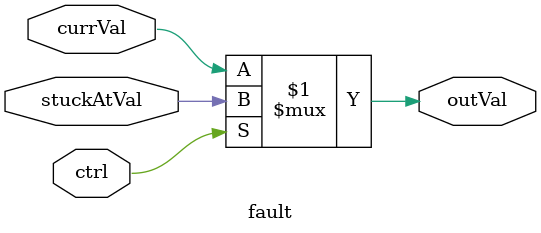
<source format=v>
module fault(currVal, stuckAtVal, ctrl, outVal);
	input currVal, stuckAtVal, ctrl;
	output outVal;
	
	assign outVal = ctrl ? stuckAtVal : currVal;
endmodule
</source>
